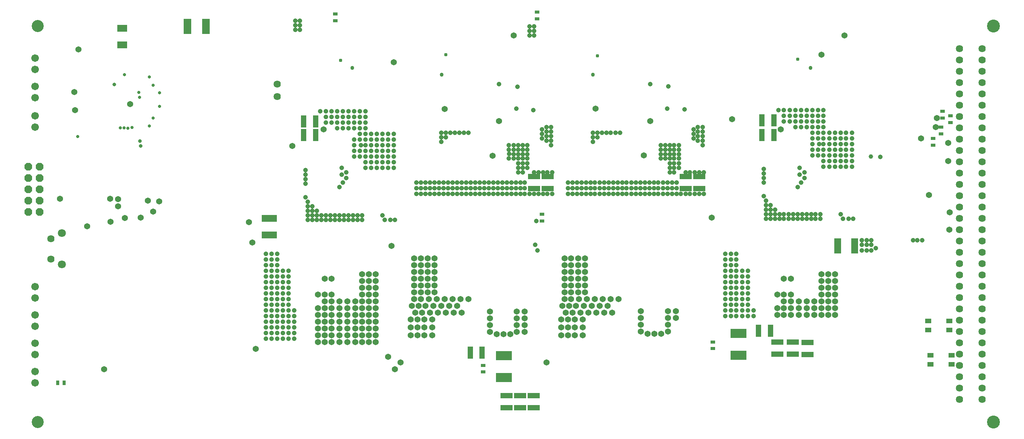
<source format=gbr>
%FSTAX23Y23*%
%MOIN*%
%SFA1B1*%

%IPPOS*%
%AMD148*
4,1,8,-0.033000,0.016500,-0.033000,-0.016500,-0.016500,-0.033000,0.016500,-0.033000,0.033000,-0.016500,0.033000,0.016500,0.016500,0.033000,-0.016500,0.033000,-0.033000,0.016500,0.0*
%
%ADD99R,0.106362X0.047307*%
%ADD106R,0.039433X0.031559*%
%ADD108R,0.031559X0.039433*%
%ADD109R,0.047307X0.106362*%
%ADD123R,0.133921X0.059118*%
%ADD125R,0.141795X0.082740*%
%ADD135R,0.053212X0.041401*%
%ADD145C,0.064000*%
%ADD146C,0.064000*%
%ADD147C,0.114236*%
G04~CAMADD=148~4~0.0~0.0~660.0~660.0~0.0~165.0~0~0.0~0.0~0.0~0.0~0~0.0~0.0~0.0~0.0~0~0.0~0.0~0.0~90.0~660.0~660.0*
%ADD148D148*%
%ADD149C,0.066992*%
%ADD150C,0.070929*%
%ADD151C,0.106362*%
%ADD152C,0.041401*%
%ADD153C,0.054000*%
%ADD154C,0.030457*%
%ADD155C,0.034000*%
%ADD156C,0.039433*%
%ADD157C,0.029000*%
%ADD158C,0.031559*%
%ADD159R,0.065023X0.133921*%
%ADD160R,0.059118X0.133921*%
%ADD161R,0.089827X0.063842*%
%LNlv1_soldermask_bot-1*%
%LPD*%
G54D99*
X0685Y02676D03*
Y02783D03*
X0539Y02676D03*
Y02783D03*
X0551Y02676D03*
Y02783D03*
X0673Y02676D03*
Y02783D03*
X07679Y01212D03*
Y01318D03*
X07809Y01209D03*
Y01315D03*
X0754Y01212D03*
Y01318D03*
X05387Y0074D03*
Y00846D03*
X05269Y0074D03*
Y00847D03*
X05147Y0074D03*
Y00846D03*
G54D106*
X03634Y04218D03*
Y04159D03*
X05418Y04236D03*
Y04177D03*
X0546Y02449D03*
Y0239D03*
X06971Y0132D03*
Y01261D03*
X04942Y01114D03*
Y01055D03*
X08919Y03119D03*
Y0306D03*
X08989Y03219D03*
Y0316D03*
X0907Y03319D03*
Y0326D03*
X09Y033D03*
Y03359D03*
G54D108*
X0118Y0096D03*
X01239D03*
G54D109*
X07513Y0328D03*
X07406D03*
X07513Y0315D03*
X07406D03*
X03463D03*
X03356D03*
X07375Y0142D03*
X07481D03*
X04827Y01225D03*
X04933D03*
X03463Y0327D03*
X03356D03*
G54D123*
X0305Y02265D03*
Y02414D03*
G54D125*
X07197Y01397D03*
Y01204D03*
X05124Y01007D03*
Y012D03*
G54D135*
X09083Y01201D03*
X08896Y01123D03*
Y01201D03*
X09083Y01123D03*
X09063Y01505D03*
X08876Y01426D03*
Y01505D03*
X09063Y01426D03*
G54D145*
X0312Y0349D03*
Y036D03*
G54D146*
X0935Y03912D03*
Y03812D03*
Y03712D03*
Y03612D03*
Y03512D03*
Y03412D03*
Y03312D03*
Y03212D03*
Y03112D03*
Y03012D03*
Y02912D03*
Y02812D03*
Y02712D03*
Y02612D03*
Y02512D03*
Y02412D03*
Y02312D03*
Y02212D03*
Y02112D03*
Y02012D03*
Y01912D03*
Y01812D03*
Y01712D03*
Y01612D03*
Y01512D03*
Y01412D03*
Y01312D03*
Y01212D03*
Y01112D03*
Y01012D03*
Y00912D03*
Y00812D03*
X0915Y03912D03*
Y03812D03*
Y03712D03*
Y03612D03*
Y03512D03*
Y03412D03*
Y03312D03*
Y03212D03*
Y03112D03*
Y03012D03*
Y02912D03*
Y02812D03*
Y02712D03*
Y02612D03*
Y02512D03*
Y02412D03*
Y02312D03*
Y02212D03*
Y02112D03*
Y02012D03*
Y01912D03*
Y01812D03*
Y01712D03*
Y01612D03*
Y01512D03*
Y01412D03*
Y01312D03*
Y01212D03*
Y01112D03*
Y01012D03*
Y00912D03*
Y00812D03*
X0112Y02054D03*
Y02231D03*
G54D147*
X0945Y04112D03*
Y00612D03*
G54D148*
X0092Y0287D03*
X0102D03*
Y0277D03*
X0092D03*
Y0267D03*
X0102D03*
X0092Y0257D03*
X0102D03*
X0092Y0247D03*
X0102D03*
G54D149*
X00981Y0106D03*
Y0096D03*
Y0131D03*
Y0121D03*
Y0156D03*
Y0146D03*
Y0181D03*
Y0171D03*
Y0358D03*
Y0348D03*
Y0332D03*
Y0322D03*
Y0373D03*
Y0383D03*
G54D150*
X01219Y02281D03*
Y02005D03*
G54D151*
X01006Y04111D03*
Y00612D03*
G54D152*
X0689Y0282D03*
X0328Y0416D03*
Y0412D03*
Y0408D03*
X0332D03*
Y0412D03*
Y0416D03*
X0539Y0403D03*
Y0407D03*
Y0411D03*
X0535Y0407D03*
Y0411D03*
Y0403D03*
X0874Y0222D03*
X08779D03*
X0882D03*
X0817Y0241D03*
X0665Y0268D03*
Y0273D03*
X0645Y0268D03*
X06489D03*
X0653D03*
X0657D03*
X0661D03*
X06209D03*
X0625D03*
X0629D03*
X0633D03*
X0637D03*
X0641D03*
X0597D03*
X0601D03*
X0605D03*
X0609D03*
X0613D03*
X0617D03*
X0589D03*
X05929D03*
X0585D03*
X0581D03*
X0577D03*
X0573D03*
X0569D03*
X0645Y0273D03*
X06489D03*
X0653D03*
X0657D03*
X0661D03*
X06209D03*
X0625D03*
X0629D03*
X0633D03*
X0637D03*
X0641D03*
X0597D03*
X0601D03*
X0605D03*
X0609D03*
X0613D03*
X0617D03*
X0589D03*
X05929D03*
X0585D03*
X0581D03*
X0577D03*
X0573D03*
X0569D03*
X0435D03*
X0439D03*
X0443D03*
X0447D03*
X0451D03*
X0459D03*
X0455D03*
X0483D03*
X0479D03*
X0475D03*
X0471D03*
X0467D03*
X0463D03*
X0507D03*
X0503D03*
X0499D03*
X0495D03*
X0491D03*
X0487D03*
X05309D03*
X0527D03*
X0523D03*
X0519D03*
X0515D03*
X0511D03*
X0435Y0268D03*
X0439D03*
X0443D03*
X0447D03*
X0451D03*
X0459D03*
X0455D03*
X0483D03*
X0479D03*
X0475D03*
X0471D03*
X0467D03*
X0463D03*
X0507D03*
X0503D03*
X0499D03*
X0495D03*
X0491D03*
X0487D03*
X05309D03*
X0527D03*
X0523D03*
X0519D03*
X0515D03*
X0511D03*
X0542Y0213D03*
X054Y0218D03*
X0541Y0239D03*
X0841Y0215D03*
X0837Y0222D03*
Y0218D03*
Y0213D03*
X0833D03*
Y0218D03*
Y0222D03*
X08289Y0213D03*
Y0218D03*
Y0222D03*
X0367Y0269D03*
X037Y0273D03*
X0373Y0277D03*
Y0282D03*
X0369Y0286D03*
Y028D03*
X07739D03*
Y0286D03*
X0778Y0282D03*
Y0277D03*
X0775Y0273D03*
X0772Y0269D03*
X0821Y0241D03*
X0812D03*
X0792D03*
Y0245D03*
X07879D03*
Y0241D03*
X0784D03*
Y0245D03*
X078Y0241D03*
Y0245D03*
X0776D03*
Y0241D03*
X0772D03*
Y0245D03*
X0768D03*
Y0241D03*
X0764D03*
Y0245D03*
X07599D03*
Y0241D03*
X0756D03*
Y0245D03*
X0752Y0241D03*
Y0245D03*
X0748D03*
Y0241D03*
X0744D03*
Y0245D03*
X0752Y0249D03*
X0748Y0253D03*
Y0249D03*
X0744D03*
Y0253D03*
Y0257D03*
X0742Y0261D03*
Y0273D03*
Y0277D03*
Y0281D03*
Y0285D03*
X081Y0245D03*
X07949Y0337D03*
X079D03*
X0785D03*
X07949Y0332D03*
X079D03*
X0785D03*
Y0327D03*
X079D03*
X07949D03*
X0785Y0322D03*
X079D03*
X07949D03*
X0785Y0317D03*
X079D03*
X07949D03*
X08D03*
X0805D03*
X081D03*
X08149D03*
X082D03*
Y0312D03*
X0785D03*
Y0307D03*
Y0302D03*
Y0297D03*
X079Y0312D03*
X07949D03*
X08D03*
X0805D03*
X08101D03*
X08149D03*
X082Y0307D03*
X08149D03*
X081D03*
X0805D03*
X08D03*
X07949D03*
X0791D03*
X079Y0302D03*
Y0297D03*
X07949D03*
X08D03*
X0805D03*
X081D03*
X08149D03*
X082D03*
Y0302D03*
X08149D03*
X081D03*
X0805D03*
X08D03*
X07949D03*
X0775Y0337D03*
X082Y0292D03*
X08149D03*
X081D03*
X0805D03*
X08D03*
X07949D03*
Y0287D03*
X08D03*
X0805D03*
X081D03*
X08149D03*
X082D03*
X078Y0327D03*
Y0322D03*
Y0332D03*
Y0337D03*
X0708Y021D03*
Y0205D03*
Y02D03*
Y0195D03*
Y019D03*
Y0185D03*
Y018D03*
Y0175D03*
Y017D03*
X0713D03*
Y0175D03*
Y018D03*
Y0185D03*
Y019D03*
Y0195D03*
Y02D03*
Y0205D03*
Y021D03*
X07179Y017D03*
Y0175D03*
Y018D03*
Y0185D03*
Y019D03*
Y0195D03*
Y02D03*
Y0205D03*
Y021D03*
X0708Y0155D03*
Y016D03*
Y0165D03*
X0713D03*
Y016D03*
Y0155D03*
X07179Y0165D03*
Y016D03*
Y0155D03*
X0723Y0195D03*
Y019D03*
Y0185D03*
Y018D03*
Y0175D03*
Y017D03*
Y0165D03*
X0728Y0195D03*
Y019D03*
Y0185D03*
Y018D03*
Y0175D03*
Y017D03*
Y0165D03*
X0733Y0155D03*
Y016D03*
X0728Y0155D03*
Y016D03*
X0723D03*
Y0155D03*
X0317Y0135D03*
Y014D03*
Y0145D03*
Y015D03*
Y0155D03*
Y016D03*
X0322D03*
Y0155D03*
Y015D03*
Y0145D03*
Y014D03*
Y0135D03*
X0327Y016D03*
Y0155D03*
Y015D03*
Y0145D03*
Y014D03*
Y0135D03*
X0322Y0165D03*
Y017D03*
Y0175D03*
Y018D03*
Y0185D03*
Y019D03*
Y0195D03*
X0317Y0165D03*
Y017D03*
Y0175D03*
Y018D03*
Y0185D03*
Y019D03*
Y0195D03*
X0312Y0135D03*
Y014D03*
Y0145D03*
Y015D03*
Y0155D03*
Y016D03*
Y0165D03*
X0307Y0135D03*
Y014D03*
Y0145D03*
Y015D03*
Y0155D03*
Y016D03*
Y0165D03*
X0302D03*
Y016D03*
Y0155D03*
Y015D03*
Y0145D03*
Y014D03*
Y0135D03*
X0312Y021D03*
Y0205D03*
Y02D03*
Y0195D03*
Y019D03*
Y0185D03*
Y018D03*
Y0175D03*
Y017D03*
X0307Y021D03*
Y0205D03*
Y02D03*
Y0195D03*
Y019D03*
Y0185D03*
Y018D03*
Y0175D03*
Y017D03*
X0302D03*
Y0175D03*
Y018D03*
Y0185D03*
Y019D03*
Y0195D03*
Y02D03*
Y0205D03*
Y021D03*
X0375Y0336D03*
Y0326D03*
Y0321D03*
Y0331D03*
X0415Y0286D03*
X041D03*
X0405D03*
X04D03*
X0395D03*
X039D03*
Y0291D03*
X0395D03*
X04D03*
X0405D03*
X041D03*
X0415D03*
X06419Y036D03*
X037Y0336D03*
X039Y0301D03*
X0395D03*
X04D03*
X0405D03*
X041D03*
X0415D03*
Y0296D03*
X041D03*
X0405D03*
X04D03*
X0395D03*
X039D03*
X0385D03*
Y0301D03*
X0386Y0306D03*
X039D03*
X0395D03*
X04D03*
X0405D03*
X041D03*
X0415D03*
X041Y0311D03*
X04051Y03109D03*
X04Y0311D03*
X0395D03*
X039D03*
X0385D03*
X038Y0296D03*
Y0301D03*
Y0306D03*
Y0311D03*
X0415D03*
Y0316D03*
X041D03*
X0405D03*
X04D03*
X0395D03*
X039D03*
X0385D03*
X039Y0321D03*
X0385D03*
X038D03*
X039Y0326D03*
X0385D03*
X038D03*
Y0331D03*
X0385D03*
X039D03*
X038Y0336D03*
X0385D03*
X039D03*
X0412Y024D03*
X0405Y0244D03*
X0337Y0284D03*
Y028D03*
Y0276D03*
Y0272D03*
Y026D03*
X0339Y0256D03*
Y0252D03*
Y0248D03*
X0343D03*
Y0252D03*
X0347Y0248D03*
X0339Y0244D03*
Y024D03*
X0343D03*
Y0244D03*
X0347D03*
Y024D03*
X0351Y0244D03*
Y024D03*
X0355D03*
Y0244D03*
X0359D03*
Y024D03*
X0363D03*
Y0244D03*
X0367D03*
Y024D03*
X0371D03*
Y0244D03*
X0375D03*
Y024D03*
X0379Y0244D03*
Y024D03*
X0383D03*
Y0244D03*
X0387D03*
Y024D03*
X0407D03*
X0416D03*
X0673Y0282D03*
X06629D03*
X0659D03*
X0667Y0286D03*
X0659D03*
X06629D03*
X0667Y029D03*
X06629D03*
X0659D03*
Y0298D03*
X06629D03*
X0667D03*
X0655D03*
X0651D03*
Y02942D03*
X06629D03*
X0655D03*
X0659D03*
X0667D03*
Y0302D03*
X068Y032D03*
X06839Y031D03*
X0688Y0306D03*
Y031D03*
Y0314D03*
X06839D03*
X068Y0312D03*
X0688Y0318D03*
X06839D03*
X068Y0316D03*
X0688Y0322D03*
X06839D03*
X06769Y0282D03*
X0681D03*
X0685D03*
X0659Y0302D03*
X0655D03*
X06629D03*
X0651D03*
Y0306D03*
X0655D03*
X0667D03*
X06629D03*
X0659D03*
X0569Y0263D03*
X0573D03*
X0577D03*
X0581D03*
X0585D03*
X05929D03*
X0589D03*
X0617D03*
X0613D03*
X0609D03*
X0605D03*
X0601D03*
X0597D03*
X0641D03*
X0637D03*
X0633D03*
X0629D03*
X0625D03*
X06209D03*
X0665D03*
X0661D03*
X0657D03*
X0653D03*
X06489D03*
X0645D03*
X06689D03*
X0673D03*
X06769D03*
X0681D03*
X0685D03*
X0689D03*
X06579Y03578D03*
X06569Y03383D03*
X0508Y036D03*
X05234Y03382D03*
X05244Y03577D03*
X0525Y0306D03*
X0529D03*
X0533D03*
X0521D03*
X05169D03*
Y0302D03*
X0529D03*
X0521D03*
X0525D03*
X0555Y0282D03*
X05509D03*
X0547D03*
X0543D03*
X055Y0322D03*
X0554D03*
X0546Y0316D03*
X055Y0318D03*
X0554D03*
X0546Y0312D03*
X055Y0314D03*
X0554D03*
Y031D03*
Y0306D03*
X055Y031D03*
X0546Y032D03*
X0533Y0302D03*
Y02942D03*
X0525D03*
X0521D03*
X0529D03*
X05169D03*
X0517Y02981D03*
X0521Y0298D03*
X0533D03*
X0529D03*
X0525D03*
Y029D03*
X0529D03*
X0533D03*
X0529Y0286D03*
X0525D03*
X0533D03*
X0525Y0282D03*
X0529D03*
X0539D03*
X0555Y0263D03*
X05509D03*
X0547D03*
X0543D03*
X0539D03*
X0535D03*
X0457Y0317D03*
X0461D03*
X0457Y0309D03*
Y0313D03*
X0465Y0317D03*
X0469D03*
X0473D03*
X0477D03*
X0481D03*
X0461Y0313D03*
X0511Y0263D03*
X0515D03*
X0519D03*
X0523D03*
X0527D03*
X05309D03*
X0487D03*
X0491D03*
X0495D03*
X0499D03*
X0503D03*
X0507D03*
X0463D03*
X0467D03*
X0471D03*
X0475D03*
X0479D03*
X0483D03*
X0455D03*
X0459D03*
X0451D03*
X0447D03*
X0443D03*
X0439D03*
X0435D03*
X0615Y0317D03*
X0611D03*
X06069D03*
X0603D03*
X0599D03*
X0595D03*
X0591D03*
Y0313D03*
Y0309D03*
X0595Y0313D03*
X0775Y0332D03*
Y0327D03*
Y0322D03*
X077D03*
Y0327D03*
Y0332D03*
Y0337D03*
X0765D03*
Y0332D03*
Y0327D03*
X07599D03*
Y0332D03*
Y0337D03*
X0755D03*
X0365Y0336D03*
X036D03*
X0355D03*
X035D03*
X037Y0331D03*
X0365D03*
X036D03*
X0355D03*
X037Y0326D03*
Y0321D03*
X0365Y0326D03*
X036D03*
X0355D03*
X0365Y0321D03*
X05385Y0337D03*
X0672Y03377D03*
X08451Y02957D03*
G54D153*
X08136Y04029D03*
X05212D03*
X01329Y0353D03*
X01334Y0337D03*
X0895Y033D03*
X0881Y03119D03*
X0894Y03219D03*
X0888Y0262D03*
X0905Y0308D03*
Y0292D03*
X09065Y02465D03*
X09062Y02312D03*
X0805Y0168D03*
X0799D03*
X0793D03*
Y0174D03*
Y018D03*
X0799Y0174D03*
Y018D03*
X0805D03*
Y0174D03*
X078Y0168D03*
X0773D03*
X0766D03*
Y0174D03*
X07599D03*
X0754D03*
X07599Y0168D03*
X0766Y0188D03*
X07599D03*
X0805Y0192D03*
X0799D03*
X0793D03*
Y0186D03*
X0799D03*
X0805D03*
Y0156D03*
Y0162D03*
X0799D03*
Y0156D03*
X0793Y0162D03*
Y0156D03*
X07869D03*
X0773Y0162D03*
X0766Y0156D03*
Y0162D03*
X07599D03*
Y0156D03*
X0754Y0162D03*
Y0156D03*
X07869Y0162D03*
Y0168D03*
X0773Y0156D03*
X078D03*
Y0162D03*
X0399Y0138D03*
Y0144D03*
X0393D03*
Y0138D03*
X0387Y0144D03*
Y0138D03*
Y0132D03*
X0393D03*
X0399D03*
X0381Y0138D03*
X0367Y0144D03*
X0374Y0132D03*
X0381D03*
X036Y0138D03*
Y0144D03*
X0354D03*
Y0138D03*
X0348Y0144D03*
Y0138D03*
Y0132D03*
X0354D03*
X036D03*
X0381Y0144D03*
X0367Y0138D03*
Y0132D03*
X0374Y0138D03*
Y0144D03*
Y0162D03*
Y0156D03*
X0367Y015D03*
Y0156D03*
X0381Y0168D03*
Y0162D03*
X036Y015D03*
X0354D03*
X0348D03*
Y0156D03*
Y0162D03*
X0354Y0156D03*
Y0162D03*
X036D03*
Y0156D03*
X0381Y015D03*
X0374D03*
X0367Y0162D03*
X0381Y0156D03*
X0399Y015D03*
X0393D03*
X0387D03*
Y0156D03*
Y0162D03*
X0393Y0156D03*
Y0162D03*
X0399D03*
Y0156D03*
Y0186D03*
X0393D03*
X0387D03*
Y0192D03*
X0393D03*
X0399D03*
X0413Y0217D03*
X06139Y017D03*
X06069D03*
X05999D03*
X05929D03*
X05859D03*
X05789D03*
X05719D03*
X0576Y0164D03*
X0583D03*
X059D03*
X0597D03*
X0604D03*
X0573Y0158D03*
X058D03*
X0587D03*
X0594D03*
X0601D03*
X0608D03*
X0582Y0152D03*
X0575D03*
X0582Y0145D03*
X0575D03*
X0582Y0138D03*
X0575D03*
X05719Y0176D03*
Y0182D03*
Y0188D03*
Y0194D03*
Y02D03*
Y0206D03*
X0566Y017D03*
Y0176D03*
Y0182D03*
Y0188D03*
Y0194D03*
Y02D03*
Y0206D03*
X057Y0164D03*
X0564D03*
X0567Y0158D03*
X0569Y0152D03*
Y0145D03*
Y0138D03*
X0563D03*
Y0145D03*
Y0152D03*
X0578Y0206D03*
X0584D03*
X0578Y02D03*
X0584D03*
Y0194D03*
X0578D03*
Y0188D03*
X0584D03*
Y0182D03*
X0578D03*
Y0176D03*
X0584D03*
X0696Y0242D03*
X0451Y0176D03*
X0445D03*
Y0182D03*
X0451D03*
Y0188D03*
X0445D03*
Y0194D03*
X0451D03*
Y02D03*
X0445D03*
X0451Y0206D03*
X0445D03*
X043Y0152D03*
Y0145D03*
Y0138D03*
X0436D03*
Y0145D03*
Y0152D03*
X0434Y0158D03*
X0431Y0164D03*
X0437D03*
X0433Y0206D03*
Y02D03*
Y0194D03*
Y0188D03*
Y0182D03*
Y0176D03*
Y017D03*
X0439Y0206D03*
Y02D03*
Y0194D03*
Y0188D03*
Y0182D03*
Y0176D03*
X0159Y0108D03*
X0416D03*
X06515Y01391D03*
X055Y0114D03*
X0421D03*
X0293Y0126D03*
X041Y0119D03*
X0506Y0139D03*
X0354Y0188D03*
X036D03*
X0354Y0168D03*
X0348Y0174D03*
X0354D03*
X036D03*
Y0168D03*
X0367D03*
X0374D03*
X0399Y0174D03*
Y018D03*
X0393D03*
Y0174D03*
X0387Y018D03*
Y0174D03*
Y0168D03*
X0393D03*
X0399D03*
X0714Y0329D03*
X0415Y03793D03*
X05935Y03381D03*
X06418Y03273D03*
X0636Y02969D03*
X06335Y01591D03*
Y01531D03*
Y01471D03*
Y01411D03*
X06395Y01391D03*
X06455D03*
X06575Y01591D03*
X06645D03*
X06575Y01531D03*
X06645D03*
X06575Y01471D03*
Y01411D03*
X0442Y0138D03*
X0449D03*
X0442Y0145D03*
X0449D03*
X0442Y0152D03*
X0449D03*
X05239Y0141D03*
X05309D03*
X0518Y0139D03*
X05239Y0147D03*
X05309D03*
Y0153D03*
X05239D03*
X05309Y0159D03*
X05239D03*
X0512Y0139D03*
X05Y0141D03*
Y0147D03*
Y0153D03*
Y0159D03*
X0475Y0158D03*
X0468D03*
X0461D03*
X0454D03*
X0447D03*
X044D03*
X0471Y0164D03*
X0464D03*
X0457D03*
X045D03*
X0443D03*
X0439Y017D03*
X0446D03*
X0453D03*
X046D03*
X0467D03*
X0474D03*
X0481D03*
X05025Y02967D03*
X05083Y03272D03*
X046Y0338D03*
X0793Y0386D03*
X03255Y03052D03*
X029Y022D03*
X0287Y0238D03*
X0757Y032D03*
X0353D03*
X01978Y02568D03*
X0144Y02343D03*
X01366Y03905D03*
X01714Y02584D03*
X01202Y02586D03*
X02079Y02563D03*
X0182Y03423D03*
X01646Y02585D03*
X01648Y02381D03*
X01775Y02415D03*
X01914Y02418D03*
X02026Y02473D03*
X01715Y0252D03*
G54D154*
X0461Y0386D03*
X0595Y0385D03*
X0368Y0381D03*
X0772Y0382D03*
G54D155*
X05912Y03684D03*
X04576Y03683D03*
X07834Y03743D03*
X03784D03*
G54D156*
X08368Y02958D03*
G54D157*
X01906Y03481D03*
X01899Y03525D03*
X01837Y03216D03*
X01734Y03214D03*
X01768Y03212D03*
X01801Y03209D03*
X01992Y03229D03*
X02026Y03299D03*
X01991Y03664D03*
X01773Y03684D03*
X02025Y03588D03*
X0208Y03524D03*
X02082Y03404D03*
X01358Y03137D03*
G54D158*
X01907Y03095D03*
X01914Y03051D03*
X01682Y03595D03*
G54D159*
X02327Y0411D03*
X02492D03*
G54D160*
X08075Y0217D03*
X08224D03*
G54D161*
X0175Y04092D03*
Y03947D03*
M02*
</source>
